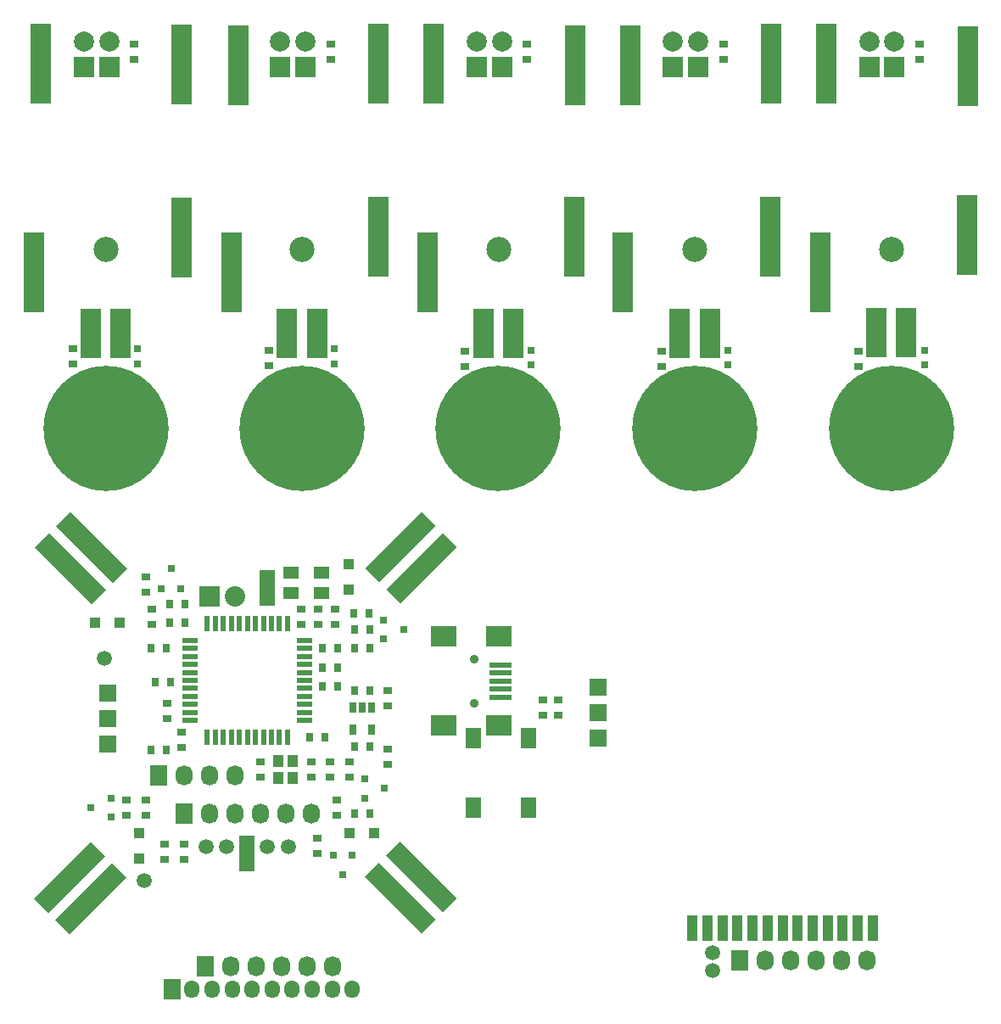
<source format=gts>
G04 #@! TF.FileFunction,Soldermask,Top*
%FSLAX46Y46*%
G04 Gerber Fmt 4.6, Leading zero omitted, Abs format (unit mm)*
G04 Created by KiCad (PCBNEW (2015-07-22 BZR 5980)-product) date Friday, October 16, 2015 'amt' 10:57:48 am*
%MOMM*%
G01*
G04 APERTURE LIST*
%ADD10C,0.100000*%
%ADD11R,0.889000X0.635000*%
%ADD12R,2.000000X2.000000*%
%ADD13C,2.000000*%
%ADD14C,2.500000*%
%ADD15C,1.500000*%
%ADD16R,1.100000X2.500000*%
%ADD17R,1.727200X2.032000*%
%ADD18O,1.524000X1.778000*%
%ADD19R,1.600200X3.599180*%
%ADD20R,2.032000X2.032000*%
%ADD21O,2.032000X2.032000*%
%ADD22R,1.778000X1.778000*%
%ADD23R,0.635000X0.889000*%
%ADD24R,0.800100X0.800100*%
%ADD25R,1.500000X2.000000*%
%ADD26O,1.727200X2.032000*%
%ADD27R,1.500000X0.550000*%
%ADD28R,0.550000X1.500000*%
%ADD29R,1.000000X1.000000*%
%ADD30R,0.650000X1.060000*%
%ADD31R,1.100000X1.200000*%
%ADD32R,2.301240X0.500380*%
%ADD33R,2.499360X1.998980*%
%ADD34C,0.899160*%
%ADD35R,2.000000X8.000000*%
%ADD36R,2.000000X5.000000*%
%ADD37C,12.500000*%
%ADD38R,0.797560X0.797560*%
%ADD39R,1.500000X1.200000*%
%ADD40C,1.501140*%
G04 APERTURE END LIST*
D10*
D11*
X144400000Y-59468000D03*
X144400000Y-60992000D03*
X124800000Y-59468000D03*
X124800000Y-60992000D03*
X105200000Y-59468000D03*
X105200000Y-60992000D03*
X85600000Y-59468000D03*
X85600000Y-60992000D03*
D12*
X141900000Y-61730000D03*
D13*
X141900000Y-59190000D03*
D12*
X122300000Y-61730000D03*
D13*
X122300000Y-59190000D03*
D12*
X102700000Y-61730000D03*
D13*
X102700000Y-59190000D03*
D12*
X83100000Y-61730000D03*
D13*
X83100000Y-59190000D03*
D12*
X139400000Y-61730000D03*
D13*
X139400000Y-59190000D03*
D12*
X119800000Y-61730000D03*
D13*
X119800000Y-59190000D03*
D12*
X100200000Y-61730000D03*
D13*
X100200000Y-59190000D03*
D12*
X80600000Y-61730000D03*
D13*
X80600000Y-59190000D03*
D12*
X61000000Y-61730000D03*
D13*
X61000000Y-59190000D03*
D12*
X63500000Y-61730000D03*
D13*
X63500000Y-59190000D03*
D14*
X141600000Y-79930000D03*
X122000000Y-79930000D03*
X102400000Y-79930000D03*
X82800000Y-79930000D03*
X63200000Y-79930000D03*
D15*
X123731448Y-150146544D03*
X123731448Y-151896544D03*
D16*
X121731448Y-147646544D03*
X123231448Y-147646544D03*
X124731448Y-147646544D03*
X126231448Y-147646544D03*
X127731448Y-147646544D03*
X129231448Y-147646544D03*
X130731448Y-147646544D03*
X132231448Y-147646544D03*
X133731448Y-147646544D03*
X135231448Y-147646544D03*
X136731448Y-147646544D03*
X138231448Y-147646544D03*
X139731448Y-147646544D03*
D17*
X69777275Y-153784192D03*
D18*
X71777275Y-153784192D03*
X73777275Y-153784192D03*
X75777275Y-153784192D03*
X77777275Y-153784192D03*
X79777275Y-153784192D03*
X81777275Y-153784192D03*
X83777275Y-153784192D03*
X85777275Y-153784192D03*
X87777275Y-153784192D03*
D19*
X79300000Y-113730000D03*
D20*
X73498559Y-114561294D03*
D21*
X76038559Y-114561294D03*
D19*
X77250000Y-140230000D03*
D22*
X63338559Y-129293294D03*
X63338559Y-126753294D03*
X63338559Y-124213294D03*
D11*
X91278559Y-131325294D03*
X91278559Y-129801294D03*
D23*
X87976559Y-136278294D03*
X89500559Y-136278294D03*
D24*
X89007799Y-132788294D03*
X89007799Y-134688294D03*
X91006779Y-133738294D03*
D11*
X106841184Y-124900768D03*
X106841184Y-126424768D03*
D25*
X99841184Y-128662768D03*
X99841184Y-135662768D03*
X105341184Y-128662768D03*
X105341184Y-135662768D03*
D17*
X70958559Y-136278294D03*
D26*
X73498559Y-136278294D03*
X76038559Y-136278294D03*
X78578559Y-136278294D03*
X81118559Y-136278294D03*
X83658559Y-136278294D03*
D17*
X68418559Y-132468294D03*
D26*
X70958559Y-132468294D03*
X73498559Y-132468294D03*
X76038559Y-132468294D03*
D27*
X71608559Y-118943294D03*
X71608559Y-119743294D03*
X71608559Y-120543294D03*
X71608559Y-121343294D03*
X71608559Y-122143294D03*
X71608559Y-122943294D03*
X71608559Y-123743294D03*
X71608559Y-124543294D03*
X71608559Y-125343294D03*
X71608559Y-126143294D03*
X71608559Y-126943294D03*
D28*
X73308559Y-128643294D03*
X74108559Y-128643294D03*
X74908559Y-128643294D03*
X75708559Y-128643294D03*
X76508559Y-128643294D03*
X77308559Y-128643294D03*
X78108559Y-128643294D03*
X78908559Y-128643294D03*
X79708559Y-128643294D03*
X80508559Y-128643294D03*
X81308559Y-128643294D03*
D27*
X83008559Y-126943294D03*
X83008559Y-126143294D03*
X83008559Y-125343294D03*
X83008559Y-124543294D03*
X83008559Y-123743294D03*
X83008559Y-122943294D03*
X83008559Y-122143294D03*
X83008559Y-121343294D03*
X83008559Y-120543294D03*
X83008559Y-119743294D03*
X83008559Y-118943294D03*
D28*
X81308559Y-117243294D03*
X80508559Y-117243294D03*
X79708559Y-117243294D03*
X78908559Y-117243294D03*
X78108559Y-117243294D03*
X77308559Y-117243294D03*
X76508559Y-117243294D03*
X75708559Y-117243294D03*
X74908559Y-117243294D03*
X74108559Y-117243294D03*
X73308559Y-117243294D03*
D11*
X91278559Y-123959294D03*
X91278559Y-125483294D03*
D23*
X87976559Y-129547294D03*
X89500559Y-129547294D03*
X71085559Y-115323294D03*
X69561559Y-115323294D03*
X67656559Y-119768294D03*
X69180559Y-119768294D03*
X67656559Y-129928294D03*
X69180559Y-129928294D03*
D11*
X82700000Y-115868000D03*
X82700000Y-117392000D03*
D23*
X83531559Y-128658294D03*
X85055559Y-128658294D03*
X69561559Y-117228294D03*
X71085559Y-117228294D03*
D29*
X64588559Y-117228294D03*
X62088559Y-117228294D03*
X87400000Y-113880000D03*
X87400000Y-111380000D03*
X87488559Y-138183294D03*
X89988559Y-138183294D03*
X66513559Y-138203294D03*
X66513559Y-140703294D03*
D23*
X89500559Y-123959294D03*
X87976559Y-123959294D03*
D24*
X68738559Y-113784054D03*
X70638559Y-113784054D03*
X69688559Y-111785074D03*
X90912799Y-116913294D03*
X90912799Y-118813294D03*
X92911779Y-117863294D03*
X87783559Y-140357534D03*
X85883559Y-140357534D03*
X86833559Y-142356514D03*
X63704319Y-136593294D03*
X63704319Y-134693294D03*
X61705339Y-135643294D03*
D11*
X67783559Y-117355294D03*
X67783559Y-115831294D03*
D23*
X87976559Y-119768294D03*
X89500559Y-119768294D03*
D11*
X67148559Y-114180294D03*
X67148559Y-112656294D03*
D23*
X87976559Y-117863294D03*
X89500559Y-117863294D03*
D11*
X86198559Y-134881294D03*
X86198559Y-136405294D03*
X67148559Y-134881294D03*
X67148559Y-136405294D03*
X84293559Y-140215294D03*
X84293559Y-138691294D03*
X65243559Y-134881294D03*
X65243559Y-136405294D03*
X108341184Y-124900768D03*
X108341184Y-126424768D03*
X70750000Y-128118000D03*
X70750000Y-129642000D03*
D23*
X86325559Y-123578294D03*
X84801559Y-123578294D03*
X84801559Y-119768294D03*
X86325559Y-119768294D03*
X84801559Y-121673294D03*
X86325559Y-121673294D03*
D11*
X85563559Y-132595294D03*
X85563559Y-131071294D03*
X69053559Y-139326294D03*
X69053559Y-140850294D03*
X69300000Y-126792000D03*
X69300000Y-125268000D03*
X87468559Y-131071294D03*
X87468559Y-132595294D03*
X70958559Y-139326294D03*
X70958559Y-140850294D03*
D30*
X89700000Y-125630000D03*
X88750000Y-125630000D03*
X87800000Y-125630000D03*
X87800000Y-127830000D03*
X89700000Y-127830000D03*
D31*
X81818559Y-130983294D03*
X81818559Y-132683294D03*
X80418559Y-132683294D03*
X80418559Y-130983294D03*
D23*
X69662000Y-123130000D03*
X68138000Y-123130000D03*
D22*
X112340410Y-128662661D03*
X112340410Y-126122661D03*
X112340410Y-123582661D03*
D11*
X78578559Y-131062468D03*
X78578559Y-132586468D03*
X83658559Y-132595294D03*
X83658559Y-131071294D03*
D32*
X102535124Y-121420820D03*
X102535124Y-122220920D03*
X102535124Y-123021020D03*
X102535124Y-123821120D03*
X102535124Y-124621220D03*
D33*
X102436064Y-118570940D03*
X96936964Y-118570940D03*
X102436064Y-127471100D03*
X96936964Y-127471100D03*
D34*
X99936704Y-120821380D03*
X99936704Y-125220660D03*
D23*
X89462000Y-116230000D03*
X87938000Y-116230000D03*
D10*
G36*
X63174874Y-113886980D02*
X61760660Y-115301194D01*
X56103806Y-109644340D01*
X57518020Y-108230126D01*
X63174874Y-113886980D01*
X63174874Y-113886980D01*
G37*
G36*
X65296194Y-111765660D02*
X63881980Y-113179874D01*
X58225126Y-107523020D01*
X59639340Y-106108806D01*
X65296194Y-111765660D01*
X65296194Y-111765660D01*
G37*
G36*
X90468020Y-113154874D02*
X89053806Y-111740660D01*
X94710660Y-106083806D01*
X96124874Y-107498020D01*
X90468020Y-113154874D01*
X90468020Y-113154874D01*
G37*
G36*
X92589340Y-115276194D02*
X91175126Y-113861980D01*
X96831980Y-108205126D01*
X98246194Y-109619340D01*
X92589340Y-115276194D01*
X92589340Y-115276194D01*
G37*
G36*
X91150126Y-140423020D02*
X92564340Y-139008806D01*
X98221194Y-144665660D01*
X96806980Y-146079874D01*
X91150126Y-140423020D01*
X91150126Y-140423020D01*
G37*
G36*
X89028806Y-142544340D02*
X90443020Y-141130126D01*
X96099874Y-146786980D01*
X94685660Y-148201194D01*
X89028806Y-142544340D01*
X89028806Y-142544340D01*
G37*
G36*
X63806980Y-141180126D02*
X65221194Y-142594340D01*
X59564340Y-148251194D01*
X58150126Y-146836980D01*
X63806980Y-141180126D01*
X63806980Y-141180126D01*
G37*
G36*
X61685660Y-139058806D02*
X63099874Y-140473020D01*
X57443020Y-146129874D01*
X56028806Y-144715660D01*
X61685660Y-139058806D01*
X61685660Y-139058806D01*
G37*
D35*
X70750000Y-61480000D03*
X90400000Y-61430000D03*
X110000000Y-61530000D03*
X129600000Y-61430000D03*
X70750000Y-78730000D03*
X90400000Y-78630000D03*
X109900000Y-78630000D03*
X129500000Y-78630000D03*
X149200000Y-61630000D03*
X149100000Y-78530000D03*
D36*
X143050000Y-88230000D03*
X140050000Y-88230000D03*
X123450000Y-88280000D03*
X120450000Y-88280000D03*
X103850000Y-88305000D03*
X100850000Y-88305000D03*
X84250000Y-88280000D03*
X81250000Y-88280000D03*
X64675000Y-88305000D03*
X61675000Y-88305000D03*
D35*
X56700000Y-61430000D03*
X76400000Y-61530000D03*
X95900000Y-61430000D03*
X115500000Y-61530000D03*
X135100000Y-61430000D03*
D37*
X122000000Y-97830000D03*
X102300000Y-97830000D03*
X82775000Y-97805000D03*
X63175000Y-97805000D03*
X141600000Y-97830000D03*
D35*
X56000000Y-82230000D03*
X75750000Y-82230000D03*
X95250000Y-82230000D03*
X114750000Y-82230000D03*
X134500000Y-82230000D03*
D38*
X66300000Y-89880700D03*
X66300000Y-91379300D03*
X86000000Y-89880700D03*
X86000000Y-91379300D03*
X105600000Y-89980700D03*
X105600000Y-91479300D03*
X125300000Y-89980700D03*
X125300000Y-91479300D03*
X144900000Y-89980700D03*
X144900000Y-91479300D03*
D11*
X59900000Y-89868000D03*
X59900000Y-91392000D03*
X79500000Y-89968000D03*
X79500000Y-91492000D03*
X99000000Y-90068000D03*
X99000000Y-91592000D03*
X118700000Y-90068000D03*
X118700000Y-91592000D03*
X138300000Y-90068000D03*
X138300000Y-91592000D03*
D17*
X73077275Y-151484192D03*
D26*
X75617275Y-151484192D03*
X78157275Y-151484192D03*
X80697275Y-151484192D03*
X83237275Y-151484192D03*
X85777275Y-151484192D03*
D17*
X126481448Y-150896544D03*
D26*
X129021448Y-150896544D03*
X131561448Y-150896544D03*
X134101448Y-150896544D03*
X136641448Y-150896544D03*
X139181448Y-150896544D03*
D39*
X84700000Y-114230000D03*
X84700000Y-112230000D03*
X81700000Y-112230000D03*
X81700000Y-114230000D03*
D11*
X84400000Y-115868000D03*
X84400000Y-117392000D03*
X86100000Y-115868000D03*
X86100000Y-117392000D03*
D40*
X75200000Y-139530000D03*
X79300000Y-139530000D03*
X81400000Y-139530000D03*
X73200000Y-139530000D03*
X63000000Y-120730000D03*
X67000000Y-142930000D03*
D11*
X66000000Y-59468000D03*
X66000000Y-60992000D03*
M02*

</source>
